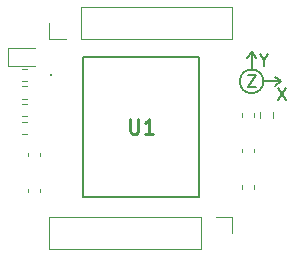
<source format=gbr>
%TF.GenerationSoftware,KiCad,Pcbnew,9.0.2*%
%TF.CreationDate,2025-06-17T22:54:35-04:00*%
%TF.ProjectId,SCH16TBreakout,53434831-3654-4427-9265-616b6f75742e,rev?*%
%TF.SameCoordinates,Original*%
%TF.FileFunction,Legend,Top*%
%TF.FilePolarity,Positive*%
%FSLAX46Y46*%
G04 Gerber Fmt 4.6, Leading zero omitted, Abs format (unit mm)*
G04 Created by KiCad (PCBNEW 9.0.2) date 2025-06-17 22:54:35*
%MOMM*%
%LPD*%
G01*
G04 APERTURE LIST*
%ADD10C,0.180000*%
%ADD11C,0.254000*%
%ADD12C,0.120000*%
%ADD13C,0.150000*%
%ADD14C,0.100000*%
%ADD15C,0.200000*%
G04 APERTURE END LIST*
D10*
X46000000Y-53977068D02*
X46000000Y-54453259D01*
X45666667Y-53453259D02*
X46000000Y-53977068D01*
X46000000Y-53977068D02*
X46333333Y-53453259D01*
X44616667Y-55203259D02*
X45283333Y-55203259D01*
X45283333Y-55203259D02*
X44616667Y-56203259D01*
X44616667Y-56203259D02*
X45283333Y-56203259D01*
X47166667Y-56353259D02*
X47833333Y-57353259D01*
X47833333Y-56353259D02*
X47166667Y-57353259D01*
D11*
X34642380Y-58904318D02*
X34642380Y-59932413D01*
X34642380Y-59932413D02*
X34702857Y-60053365D01*
X34702857Y-60053365D02*
X34763333Y-60113842D01*
X34763333Y-60113842D02*
X34884285Y-60174318D01*
X34884285Y-60174318D02*
X35126190Y-60174318D01*
X35126190Y-60174318D02*
X35247142Y-60113842D01*
X35247142Y-60113842D02*
X35307619Y-60053365D01*
X35307619Y-60053365D02*
X35368095Y-59932413D01*
X35368095Y-59932413D02*
X35368095Y-58904318D01*
X36638095Y-60174318D02*
X35912380Y-60174318D01*
X36275237Y-60174318D02*
X36275237Y-58904318D01*
X36275237Y-58904318D02*
X36154285Y-59085746D01*
X36154285Y-59085746D02*
X36033333Y-59206699D01*
X36033333Y-59206699D02*
X35912380Y-59267175D01*
D12*
%TO.C,R5*%
X25487742Y-54677500D02*
X25962258Y-54677500D01*
X25487742Y-55722500D02*
X25962258Y-55722500D01*
%TO.C,R4*%
X25962258Y-56177500D02*
X25487742Y-56177500D01*
X25962258Y-57222500D02*
X25487742Y-57222500D01*
D13*
%TO.C,REF\u002A\u002A*%
X44950000Y-53250000D02*
X44550000Y-53750000D01*
X44950000Y-53250000D02*
X45350000Y-53750000D01*
X44950000Y-54750000D02*
X44950000Y-53250000D01*
X45950000Y-55750000D02*
X47450000Y-55750000D01*
X47450000Y-55750000D02*
X46950000Y-55350000D01*
X47450000Y-55750000D02*
X46950000Y-56150000D01*
X45950000Y-55750000D02*
G75*
G02*
X43950000Y-55750000I-1000000J0D01*
G01*
X43950000Y-55750000D02*
G75*
G02*
X45950000Y-55750000I1000000J0D01*
G01*
D12*
%TO.C,R2*%
X25487742Y-59177500D02*
X25962258Y-59177500D01*
X25487742Y-60222500D02*
X25962258Y-60222500D01*
%TO.C,J1*%
X27830000Y-52180000D02*
X27830001Y-50800000D01*
X29210000Y-52179999D02*
X27830000Y-52180000D01*
X30480000Y-49420000D02*
X43290000Y-49420000D01*
X30480000Y-52180000D02*
X30480000Y-49420000D01*
X30480000Y-52180000D02*
X43290000Y-52180000D01*
X43290000Y-52180000D02*
X43290000Y-49420000D01*
%TO.C,J2*%
X27830000Y-67200000D02*
X27830000Y-69960000D01*
X40640000Y-67200000D02*
X27830000Y-67200000D01*
X40640000Y-67200000D02*
X40640000Y-69960000D01*
X40640000Y-69960000D02*
X27830000Y-69960000D01*
X41910000Y-67200001D02*
X43290000Y-67200000D01*
X43290000Y-67200000D02*
X43289999Y-68580000D01*
%TO.C,R3*%
X25962258Y-57677500D02*
X25487742Y-57677500D01*
X25962258Y-58722500D02*
X25487742Y-58722500D01*
%TO.C,C4*%
X44100000Y-64559419D02*
X44100000Y-64840581D01*
X45120000Y-64559419D02*
X45120000Y-64840581D01*
%TO.C,R1*%
X45677500Y-58837258D02*
X45677500Y-58362742D01*
X46722500Y-58837258D02*
X46722500Y-58362742D01*
%TO.C,C3*%
X44100000Y-58740581D02*
X44100000Y-58459419D01*
X45120000Y-58740581D02*
X45120000Y-58459419D01*
%TO.C,D1*%
X24302500Y-52965000D02*
X24302500Y-54435000D01*
X24302500Y-54435000D02*
X26587500Y-54435000D01*
X26587500Y-52965000D02*
X24302500Y-52965000D01*
%TO.C,C5*%
X25990000Y-64834419D02*
X25990000Y-65115581D01*
X27010000Y-64834419D02*
X27010000Y-65115581D01*
%TO.C,C2*%
X25990000Y-61809419D02*
X25990000Y-62090581D01*
X27010000Y-61809419D02*
X27010000Y-62090581D01*
D14*
%TO.C,U1*%
X27910000Y-55200000D02*
X27910000Y-55200000D01*
X28010000Y-55200000D02*
X28010000Y-55200000D01*
D15*
X30710000Y-53700000D02*
X40510000Y-53700000D01*
X30710000Y-65500000D02*
X30710000Y-53700000D01*
X40510000Y-53700000D02*
X40510000Y-65500000D01*
X40510000Y-65500000D02*
X30710000Y-65500000D01*
D14*
X27910000Y-55200000D02*
G75*
G02*
X28010000Y-55200000I50000J0D01*
G01*
X28010000Y-55200000D02*
G75*
G02*
X27910000Y-55200000I-50000J0D01*
G01*
D12*
%TO.C,C1*%
X44100000Y-61484419D02*
X44100000Y-61765581D01*
X45120000Y-61484419D02*
X45120000Y-61765581D01*
%TD*%
M02*

</source>
